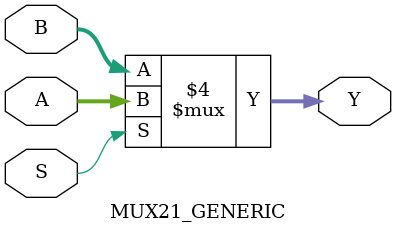
<source format=sv>
module MUX21_GENERIC #(parameter bits = 32) (
    input logic [bits-1:0] A,
    input logic [bits-1:0] B,
    input logic S,
    output logic [bits-1:0] Y
);

always_comb begin
    if (S == 1'b1)
        Y = A;
    else
        Y = B;
end

endmodule

</source>
